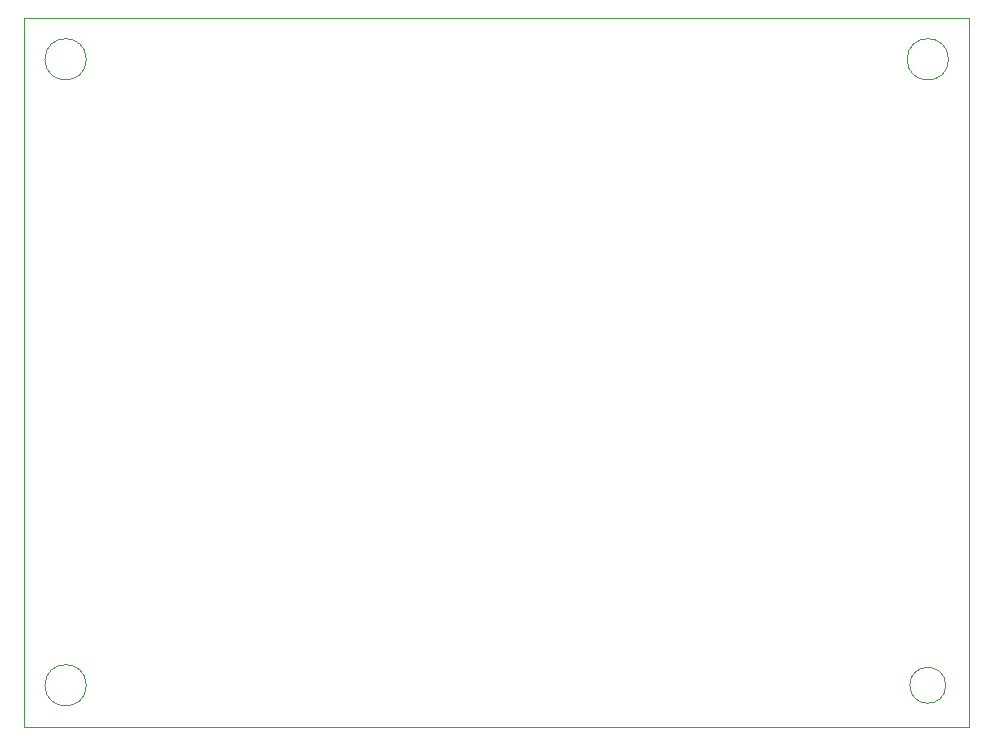
<source format=gbr>
G04 #@! TF.GenerationSoftware,KiCad,Pcbnew,(5.1.5)-3*
G04 #@! TF.CreationDate,2020-02-19T20:56:23+00:00*
G04 #@! TF.ProjectId,Isolator CAN SMT,49736f6c-6174-46f7-9220-43414e20534d,rev?*
G04 #@! TF.SameCoordinates,Original*
G04 #@! TF.FileFunction,Profile,NP*
%FSLAX46Y46*%
G04 Gerber Fmt 4.6, Leading zero omitted, Abs format (unit mm)*
G04 Created by KiCad (PCBNEW (5.1.5)-3) date 2020-02-19 20:56:23*
%MOMM*%
%LPD*%
G04 APERTURE LIST*
%ADD10C,0.050000*%
%ADD11C,0.100000*%
G04 APERTURE END LIST*
D10*
X178250000Y-43500000D02*
G75*
G03X178250000Y-43500000I-1750000J0D01*
G01*
X178020691Y-96500000D02*
G75*
G03X178020691Y-96500000I-1520691J0D01*
G01*
X105250000Y-43500000D02*
G75*
G03X105250000Y-43500000I-1750000J0D01*
G01*
X105250000Y-96500000D02*
G75*
G03X105250000Y-96500000I-1750000J0D01*
G01*
D11*
X180000000Y-40000000D02*
X180000000Y-100000000D01*
X100000000Y-40000000D02*
X180000000Y-40000000D01*
X100000000Y-100000000D02*
X100000000Y-40000000D01*
X180000000Y-100000000D02*
X100000000Y-100000000D01*
M02*

</source>
